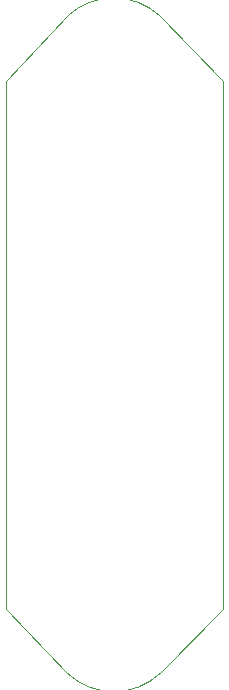
<source format=gm1>
G04 #@! TF.GenerationSoftware,KiCad,Pcbnew,6.0.1-79c1e3a40b~116~ubuntu20.04.1*
G04 #@! TF.CreationDate,2022-01-18T16:47:47+01:00*
G04 #@! TF.ProjectId,Pro_Micro_GPIB,50726f5f-4d69-4637-926f-5f475049422e,rev?*
G04 #@! TF.SameCoordinates,Original*
G04 #@! TF.FileFunction,Profile,NP*
%FSLAX46Y46*%
G04 Gerber Fmt 4.6, Leading zero omitted, Abs format (unit mm)*
G04 Created by KiCad (PCBNEW 6.0.1-79c1e3a40b~116~ubuntu20.04.1) date 2022-01-18 16:47:47*
%MOMM*%
%LPD*%
G01*
G04 APERTURE LIST*
G04 #@! TA.AperFunction,Profile*
%ADD10C,0.050000*%
G04 #@! TD*
G04 APERTURE END LIST*
D10*
X107803420Y-124625543D02*
X102592255Y-119170032D01*
X120998185Y-74466032D02*
X120998185Y-119170032D01*
X115689090Y-69010521D02*
X120998185Y-74466032D01*
X115683255Y-124631032D02*
X120998185Y-119170032D01*
X102592255Y-74466032D02*
X102592255Y-119170032D01*
X115689090Y-69010521D02*
G75*
G03*
X107809255Y-69005032I-3942835J-4185512D01*
G01*
X107803420Y-124625543D02*
G75*
G03*
X115683255Y-124631032I3942835J4185512D01*
G01*
X107809255Y-69005032D02*
X102592255Y-74466032D01*
M02*

</source>
